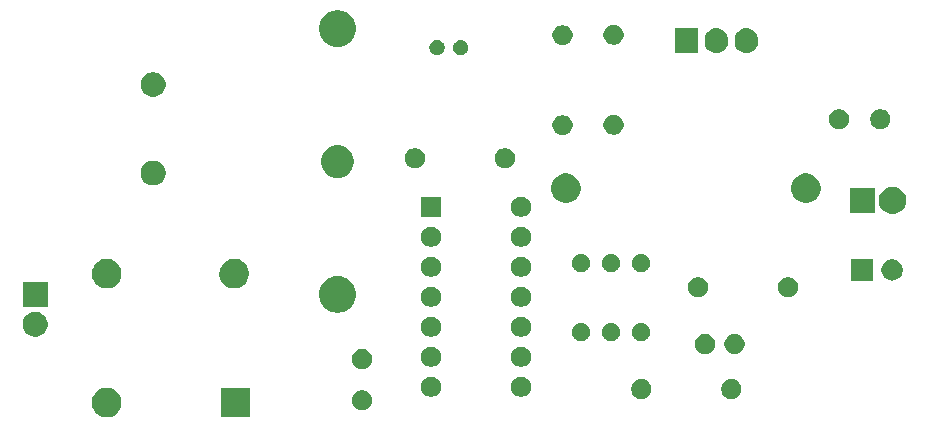
<source format=gbr>
G04 #@! TF.GenerationSoftware,KiCad,Pcbnew,5.1.5+dfsg1-2*
G04 #@! TF.CreationDate,2020-03-29T15:27:08+02:00*
G04 #@! TF.ProjectId,lownoise-pwr,6c6f776e-6f69-4736-952d-7077722e6b69,rev?*
G04 #@! TF.SameCoordinates,Original*
G04 #@! TF.FileFunction,Soldermask,Bot*
G04 #@! TF.FilePolarity,Negative*
%FSLAX46Y46*%
G04 Gerber Fmt 4.6, Leading zero omitted, Abs format (unit mm)*
G04 Created by KiCad (PCBNEW 5.1.5+dfsg1-2) date 2020-03-29 15:27:08*
%MOMM*%
%LPD*%
G04 APERTURE LIST*
%ADD10C,0.100000*%
G04 APERTURE END LIST*
D10*
G36*
X67198200Y-95335000D02*
G01*
X64696200Y-95335000D01*
X64696200Y-92833000D01*
X67198200Y-92833000D01*
X67198200Y-95335000D01*
G37*
G36*
X55228806Y-92844615D02*
G01*
X55412103Y-92881075D01*
X55639771Y-92975378D01*
X55844666Y-93112285D01*
X56018915Y-93286534D01*
X56069019Y-93361520D01*
X56155823Y-93491431D01*
X56250125Y-93719097D01*
X56298200Y-93960786D01*
X56298200Y-94207214D01*
X56250125Y-94448903D01*
X56163454Y-94658147D01*
X56155822Y-94676571D01*
X56018915Y-94881466D01*
X55844666Y-95055715D01*
X55639771Y-95192622D01*
X55639770Y-95192623D01*
X55639769Y-95192623D01*
X55412103Y-95286925D01*
X55170414Y-95335000D01*
X54923986Y-95335000D01*
X54682297Y-95286925D01*
X54454631Y-95192623D01*
X54454630Y-95192623D01*
X54454629Y-95192622D01*
X54249734Y-95055715D01*
X54075485Y-94881466D01*
X53938578Y-94676571D01*
X53930947Y-94658147D01*
X53844275Y-94448903D01*
X53796200Y-94207214D01*
X53796200Y-93960786D01*
X53844275Y-93719097D01*
X53938577Y-93491431D01*
X54025381Y-93361520D01*
X54075485Y-93286534D01*
X54249734Y-93112285D01*
X54454629Y-92975378D01*
X54682297Y-92881075D01*
X54865594Y-92844615D01*
X54923986Y-92833000D01*
X55170414Y-92833000D01*
X55228806Y-92844615D01*
G37*
G36*
X76905428Y-93085703D02*
G01*
X77060300Y-93149853D01*
X77199681Y-93242985D01*
X77318215Y-93361519D01*
X77411347Y-93500900D01*
X77475497Y-93655772D01*
X77508200Y-93820184D01*
X77508200Y-93987816D01*
X77475497Y-94152228D01*
X77411347Y-94307100D01*
X77318215Y-94446481D01*
X77199681Y-94565015D01*
X77060300Y-94658147D01*
X76905428Y-94722297D01*
X76741016Y-94755000D01*
X76573384Y-94755000D01*
X76408972Y-94722297D01*
X76254100Y-94658147D01*
X76114719Y-94565015D01*
X75996185Y-94446481D01*
X75903053Y-94307100D01*
X75838903Y-94152228D01*
X75806200Y-93987816D01*
X75806200Y-93820184D01*
X75838903Y-93655772D01*
X75903053Y-93500900D01*
X75996185Y-93361519D01*
X76114719Y-93242985D01*
X76254100Y-93149853D01*
X76408972Y-93085703D01*
X76573384Y-93053000D01*
X76741016Y-93053000D01*
X76905428Y-93085703D01*
G37*
G36*
X108175428Y-92135703D02*
G01*
X108330300Y-92199853D01*
X108469681Y-92292985D01*
X108588215Y-92411519D01*
X108681347Y-92550900D01*
X108745497Y-92705772D01*
X108778200Y-92870184D01*
X108778200Y-93037816D01*
X108745497Y-93202228D01*
X108681347Y-93357100D01*
X108588215Y-93496481D01*
X108469681Y-93615015D01*
X108330300Y-93708147D01*
X108175428Y-93772297D01*
X108011016Y-93805000D01*
X107843384Y-93805000D01*
X107678972Y-93772297D01*
X107524100Y-93708147D01*
X107384719Y-93615015D01*
X107266185Y-93496481D01*
X107173053Y-93357100D01*
X107108903Y-93202228D01*
X107076200Y-93037816D01*
X107076200Y-92870184D01*
X107108903Y-92705772D01*
X107173053Y-92550900D01*
X107266185Y-92411519D01*
X107384719Y-92292985D01*
X107524100Y-92199853D01*
X107678972Y-92135703D01*
X107843384Y-92103000D01*
X108011016Y-92103000D01*
X108175428Y-92135703D01*
G37*
G36*
X100555428Y-92135703D02*
G01*
X100710300Y-92199853D01*
X100849681Y-92292985D01*
X100968215Y-92411519D01*
X101061347Y-92550900D01*
X101125497Y-92705772D01*
X101158200Y-92870184D01*
X101158200Y-93037816D01*
X101125497Y-93202228D01*
X101061347Y-93357100D01*
X100968215Y-93496481D01*
X100849681Y-93615015D01*
X100710300Y-93708147D01*
X100555428Y-93772297D01*
X100391016Y-93805000D01*
X100223384Y-93805000D01*
X100058972Y-93772297D01*
X99904100Y-93708147D01*
X99764719Y-93615015D01*
X99646185Y-93496481D01*
X99553053Y-93357100D01*
X99488903Y-93202228D01*
X99456200Y-93037816D01*
X99456200Y-92870184D01*
X99488903Y-92705772D01*
X99553053Y-92550900D01*
X99646185Y-92411519D01*
X99764719Y-92292985D01*
X99904100Y-92199853D01*
X100058972Y-92135703D01*
X100223384Y-92103000D01*
X100391016Y-92103000D01*
X100555428Y-92135703D01*
G37*
G36*
X90367428Y-91942503D02*
G01*
X90522300Y-92006653D01*
X90661681Y-92099785D01*
X90780215Y-92218319D01*
X90873347Y-92357700D01*
X90937497Y-92512572D01*
X90970200Y-92676984D01*
X90970200Y-92844616D01*
X90937497Y-93009028D01*
X90873347Y-93163900D01*
X90780215Y-93303281D01*
X90661681Y-93421815D01*
X90522300Y-93514947D01*
X90367428Y-93579097D01*
X90203016Y-93611800D01*
X90035384Y-93611800D01*
X89870972Y-93579097D01*
X89716100Y-93514947D01*
X89576719Y-93421815D01*
X89458185Y-93303281D01*
X89365053Y-93163900D01*
X89300903Y-93009028D01*
X89268200Y-92844616D01*
X89268200Y-92676984D01*
X89300903Y-92512572D01*
X89365053Y-92357700D01*
X89458185Y-92218319D01*
X89576719Y-92099785D01*
X89716100Y-92006653D01*
X89870972Y-91942503D01*
X90035384Y-91909800D01*
X90203016Y-91909800D01*
X90367428Y-91942503D01*
G37*
G36*
X82747428Y-91942503D02*
G01*
X82902300Y-92006653D01*
X83041681Y-92099785D01*
X83160215Y-92218319D01*
X83253347Y-92357700D01*
X83317497Y-92512572D01*
X83350200Y-92676984D01*
X83350200Y-92844616D01*
X83317497Y-93009028D01*
X83253347Y-93163900D01*
X83160215Y-93303281D01*
X83041681Y-93421815D01*
X82902300Y-93514947D01*
X82747428Y-93579097D01*
X82583016Y-93611800D01*
X82415384Y-93611800D01*
X82250972Y-93579097D01*
X82096100Y-93514947D01*
X81956719Y-93421815D01*
X81838185Y-93303281D01*
X81745053Y-93163900D01*
X81680903Y-93009028D01*
X81648200Y-92844616D01*
X81648200Y-92676984D01*
X81680903Y-92512572D01*
X81745053Y-92357700D01*
X81838185Y-92218319D01*
X81956719Y-92099785D01*
X82096100Y-92006653D01*
X82250972Y-91942503D01*
X82415384Y-91909800D01*
X82583016Y-91909800D01*
X82747428Y-91942503D01*
G37*
G36*
X76905428Y-89585703D02*
G01*
X77060300Y-89649853D01*
X77199681Y-89742985D01*
X77318215Y-89861519D01*
X77411347Y-90000900D01*
X77475497Y-90155772D01*
X77508200Y-90320184D01*
X77508200Y-90487816D01*
X77475497Y-90652228D01*
X77411347Y-90807100D01*
X77318215Y-90946481D01*
X77199681Y-91065015D01*
X77060300Y-91158147D01*
X76905428Y-91222297D01*
X76741016Y-91255000D01*
X76573384Y-91255000D01*
X76408972Y-91222297D01*
X76254100Y-91158147D01*
X76114719Y-91065015D01*
X75996185Y-90946481D01*
X75903053Y-90807100D01*
X75838903Y-90652228D01*
X75806200Y-90487816D01*
X75806200Y-90320184D01*
X75838903Y-90155772D01*
X75903053Y-90000900D01*
X75996185Y-89861519D01*
X76114719Y-89742985D01*
X76254100Y-89649853D01*
X76408972Y-89585703D01*
X76573384Y-89553000D01*
X76741016Y-89553000D01*
X76905428Y-89585703D01*
G37*
G36*
X90367428Y-89402503D02*
G01*
X90522300Y-89466653D01*
X90661681Y-89559785D01*
X90780215Y-89678319D01*
X90873347Y-89817700D01*
X90937497Y-89972572D01*
X90970200Y-90136984D01*
X90970200Y-90304616D01*
X90937497Y-90469028D01*
X90873347Y-90623900D01*
X90780215Y-90763281D01*
X90661681Y-90881815D01*
X90522300Y-90974947D01*
X90367428Y-91039097D01*
X90203016Y-91071800D01*
X90035384Y-91071800D01*
X89870972Y-91039097D01*
X89716100Y-90974947D01*
X89576719Y-90881815D01*
X89458185Y-90763281D01*
X89365053Y-90623900D01*
X89300903Y-90469028D01*
X89268200Y-90304616D01*
X89268200Y-90136984D01*
X89300903Y-89972572D01*
X89365053Y-89817700D01*
X89458185Y-89678319D01*
X89576719Y-89559785D01*
X89716100Y-89466653D01*
X89870972Y-89402503D01*
X90035384Y-89369800D01*
X90203016Y-89369800D01*
X90367428Y-89402503D01*
G37*
G36*
X82747428Y-89402503D02*
G01*
X82902300Y-89466653D01*
X83041681Y-89559785D01*
X83160215Y-89678319D01*
X83253347Y-89817700D01*
X83317497Y-89972572D01*
X83350200Y-90136984D01*
X83350200Y-90304616D01*
X83317497Y-90469028D01*
X83253347Y-90623900D01*
X83160215Y-90763281D01*
X83041681Y-90881815D01*
X82902300Y-90974947D01*
X82747428Y-91039097D01*
X82583016Y-91071800D01*
X82415384Y-91071800D01*
X82250972Y-91039097D01*
X82096100Y-90974947D01*
X81956719Y-90881815D01*
X81838185Y-90763281D01*
X81745053Y-90623900D01*
X81680903Y-90469028D01*
X81648200Y-90304616D01*
X81648200Y-90136984D01*
X81680903Y-89972572D01*
X81745053Y-89817700D01*
X81838185Y-89678319D01*
X81956719Y-89559785D01*
X82096100Y-89466653D01*
X82250972Y-89402503D01*
X82415384Y-89369800D01*
X82583016Y-89369800D01*
X82747428Y-89402503D01*
G37*
G36*
X105945428Y-88315703D02*
G01*
X106100300Y-88379853D01*
X106239681Y-88472985D01*
X106358215Y-88591519D01*
X106451347Y-88730900D01*
X106515497Y-88885772D01*
X106548200Y-89050184D01*
X106548200Y-89217816D01*
X106515497Y-89382228D01*
X106451347Y-89537100D01*
X106358215Y-89676481D01*
X106239681Y-89795015D01*
X106100300Y-89888147D01*
X105945428Y-89952297D01*
X105781016Y-89985000D01*
X105613384Y-89985000D01*
X105448972Y-89952297D01*
X105294100Y-89888147D01*
X105154719Y-89795015D01*
X105036185Y-89676481D01*
X104943053Y-89537100D01*
X104878903Y-89382228D01*
X104846200Y-89217816D01*
X104846200Y-89050184D01*
X104878903Y-88885772D01*
X104943053Y-88730900D01*
X105036185Y-88591519D01*
X105154719Y-88472985D01*
X105294100Y-88379853D01*
X105448972Y-88315703D01*
X105613384Y-88283000D01*
X105781016Y-88283000D01*
X105945428Y-88315703D01*
G37*
G36*
X108445428Y-88315703D02*
G01*
X108600300Y-88379853D01*
X108739681Y-88472985D01*
X108858215Y-88591519D01*
X108951347Y-88730900D01*
X109015497Y-88885772D01*
X109048200Y-89050184D01*
X109048200Y-89217816D01*
X109015497Y-89382228D01*
X108951347Y-89537100D01*
X108858215Y-89676481D01*
X108739681Y-89795015D01*
X108600300Y-89888147D01*
X108445428Y-89952297D01*
X108281016Y-89985000D01*
X108113384Y-89985000D01*
X107948972Y-89952297D01*
X107794100Y-89888147D01*
X107654719Y-89795015D01*
X107536185Y-89676481D01*
X107443053Y-89537100D01*
X107378903Y-89382228D01*
X107346200Y-89217816D01*
X107346200Y-89050184D01*
X107378903Y-88885772D01*
X107443053Y-88730900D01*
X107536185Y-88591519D01*
X107654719Y-88472985D01*
X107794100Y-88379853D01*
X107948972Y-88315703D01*
X108113384Y-88283000D01*
X108281016Y-88283000D01*
X108445428Y-88315703D01*
G37*
G36*
X97862789Y-87362876D02*
G01*
X97962093Y-87382629D01*
X98102406Y-87440748D01*
X98228684Y-87525125D01*
X98336075Y-87632516D01*
X98420452Y-87758794D01*
X98478571Y-87899107D01*
X98508200Y-88048063D01*
X98508200Y-88199937D01*
X98478571Y-88348893D01*
X98420452Y-88489206D01*
X98336075Y-88615484D01*
X98228684Y-88722875D01*
X98102406Y-88807252D01*
X97962093Y-88865371D01*
X97862789Y-88885124D01*
X97813138Y-88895000D01*
X97661262Y-88895000D01*
X97611611Y-88885124D01*
X97512307Y-88865371D01*
X97371994Y-88807252D01*
X97245716Y-88722875D01*
X97138325Y-88615484D01*
X97053948Y-88489206D01*
X96995829Y-88348893D01*
X96966200Y-88199937D01*
X96966200Y-88048063D01*
X96995829Y-87899107D01*
X97053948Y-87758794D01*
X97138325Y-87632516D01*
X97245716Y-87525125D01*
X97371994Y-87440748D01*
X97512307Y-87382629D01*
X97611611Y-87362876D01*
X97661262Y-87353000D01*
X97813138Y-87353000D01*
X97862789Y-87362876D01*
G37*
G36*
X100402789Y-87362876D02*
G01*
X100502093Y-87382629D01*
X100642406Y-87440748D01*
X100768684Y-87525125D01*
X100876075Y-87632516D01*
X100960452Y-87758794D01*
X101018571Y-87899107D01*
X101048200Y-88048063D01*
X101048200Y-88199937D01*
X101018571Y-88348893D01*
X100960452Y-88489206D01*
X100876075Y-88615484D01*
X100768684Y-88722875D01*
X100642406Y-88807252D01*
X100502093Y-88865371D01*
X100402789Y-88885124D01*
X100353138Y-88895000D01*
X100201262Y-88895000D01*
X100151611Y-88885124D01*
X100052307Y-88865371D01*
X99911994Y-88807252D01*
X99785716Y-88722875D01*
X99678325Y-88615484D01*
X99593948Y-88489206D01*
X99535829Y-88348893D01*
X99506200Y-88199937D01*
X99506200Y-88048063D01*
X99535829Y-87899107D01*
X99593948Y-87758794D01*
X99678325Y-87632516D01*
X99785716Y-87525125D01*
X99911994Y-87440748D01*
X100052307Y-87382629D01*
X100151611Y-87362876D01*
X100201262Y-87353000D01*
X100353138Y-87353000D01*
X100402789Y-87362876D01*
G37*
G36*
X95322789Y-87362876D02*
G01*
X95422093Y-87382629D01*
X95562406Y-87440748D01*
X95688684Y-87525125D01*
X95796075Y-87632516D01*
X95880452Y-87758794D01*
X95938571Y-87899107D01*
X95968200Y-88048063D01*
X95968200Y-88199937D01*
X95938571Y-88348893D01*
X95880452Y-88489206D01*
X95796075Y-88615484D01*
X95688684Y-88722875D01*
X95562406Y-88807252D01*
X95422093Y-88865371D01*
X95322789Y-88885124D01*
X95273138Y-88895000D01*
X95121262Y-88895000D01*
X95071611Y-88885124D01*
X94972307Y-88865371D01*
X94831994Y-88807252D01*
X94705716Y-88722875D01*
X94598325Y-88615484D01*
X94513948Y-88489206D01*
X94455829Y-88348893D01*
X94426200Y-88199937D01*
X94426200Y-88048063D01*
X94455829Y-87899107D01*
X94513948Y-87758794D01*
X94598325Y-87632516D01*
X94705716Y-87525125D01*
X94831994Y-87440748D01*
X94972307Y-87382629D01*
X95071611Y-87362876D01*
X95121262Y-87353000D01*
X95273138Y-87353000D01*
X95322789Y-87362876D01*
G37*
G36*
X90367428Y-86862503D02*
G01*
X90522300Y-86926653D01*
X90661681Y-87019785D01*
X90780215Y-87138319D01*
X90873347Y-87277700D01*
X90937497Y-87432572D01*
X90970200Y-87596984D01*
X90970200Y-87764616D01*
X90937497Y-87929028D01*
X90873347Y-88083900D01*
X90780215Y-88223281D01*
X90661681Y-88341815D01*
X90522300Y-88434947D01*
X90367428Y-88499097D01*
X90203016Y-88531800D01*
X90035384Y-88531800D01*
X89870972Y-88499097D01*
X89716100Y-88434947D01*
X89576719Y-88341815D01*
X89458185Y-88223281D01*
X89365053Y-88083900D01*
X89300903Y-87929028D01*
X89268200Y-87764616D01*
X89268200Y-87596984D01*
X89300903Y-87432572D01*
X89365053Y-87277700D01*
X89458185Y-87138319D01*
X89576719Y-87019785D01*
X89716100Y-86926653D01*
X89870972Y-86862503D01*
X90035384Y-86829800D01*
X90203016Y-86829800D01*
X90367428Y-86862503D01*
G37*
G36*
X82747428Y-86862503D02*
G01*
X82902300Y-86926653D01*
X83041681Y-87019785D01*
X83160215Y-87138319D01*
X83253347Y-87277700D01*
X83317497Y-87432572D01*
X83350200Y-87596984D01*
X83350200Y-87764616D01*
X83317497Y-87929028D01*
X83253347Y-88083900D01*
X83160215Y-88223281D01*
X83041681Y-88341815D01*
X82902300Y-88434947D01*
X82747428Y-88499097D01*
X82583016Y-88531800D01*
X82415384Y-88531800D01*
X82250972Y-88499097D01*
X82096100Y-88434947D01*
X81956719Y-88341815D01*
X81838185Y-88223281D01*
X81745053Y-88083900D01*
X81680903Y-87929028D01*
X81648200Y-87764616D01*
X81648200Y-87596984D01*
X81680903Y-87432572D01*
X81745053Y-87277700D01*
X81838185Y-87138319D01*
X81956719Y-87019785D01*
X82096100Y-86926653D01*
X82250972Y-86862503D01*
X82415384Y-86829800D01*
X82583016Y-86829800D01*
X82747428Y-86862503D01*
G37*
G36*
X49293764Y-86463389D02*
G01*
X49485033Y-86542615D01*
X49485035Y-86542616D01*
X49657173Y-86657635D01*
X49803565Y-86804027D01*
X49918585Y-86976167D01*
X49997811Y-87167436D01*
X50038200Y-87370484D01*
X50038200Y-87577516D01*
X49997811Y-87780564D01*
X49948709Y-87899107D01*
X49918584Y-87971835D01*
X49803565Y-88143973D01*
X49657173Y-88290365D01*
X49485035Y-88405384D01*
X49485034Y-88405385D01*
X49485033Y-88405385D01*
X49293764Y-88484611D01*
X49090716Y-88525000D01*
X48883684Y-88525000D01*
X48680636Y-88484611D01*
X48489367Y-88405385D01*
X48489366Y-88405385D01*
X48489365Y-88405384D01*
X48317227Y-88290365D01*
X48170835Y-88143973D01*
X48055816Y-87971835D01*
X48025691Y-87899107D01*
X47976589Y-87780564D01*
X47936200Y-87577516D01*
X47936200Y-87370484D01*
X47976589Y-87167436D01*
X48055815Y-86976167D01*
X48170835Y-86804027D01*
X48317227Y-86657635D01*
X48489365Y-86542616D01*
X48489367Y-86542615D01*
X48680636Y-86463389D01*
X48883684Y-86423000D01*
X49090716Y-86423000D01*
X49293764Y-86463389D01*
G37*
G36*
X74889785Y-83412802D02*
G01*
X75039610Y-83442604D01*
X75321874Y-83559521D01*
X75575905Y-83729259D01*
X75791941Y-83945295D01*
X75961679Y-84199326D01*
X76077848Y-84479785D01*
X76078596Y-84481591D01*
X76129540Y-84737700D01*
X76138200Y-84781240D01*
X76138200Y-85086760D01*
X76078596Y-85386410D01*
X75961679Y-85668674D01*
X75791941Y-85922705D01*
X75575905Y-86138741D01*
X75321874Y-86308479D01*
X75039610Y-86425396D01*
X74889785Y-86455198D01*
X74739961Y-86485000D01*
X74434439Y-86485000D01*
X74284615Y-86455198D01*
X74134790Y-86425396D01*
X73852526Y-86308479D01*
X73598495Y-86138741D01*
X73382459Y-85922705D01*
X73212721Y-85668674D01*
X73095804Y-85386410D01*
X73036200Y-85086760D01*
X73036200Y-84781240D01*
X73044861Y-84737700D01*
X73095804Y-84481591D01*
X73096552Y-84479785D01*
X73212721Y-84199326D01*
X73382459Y-83945295D01*
X73598495Y-83729259D01*
X73852526Y-83559521D01*
X74134790Y-83442604D01*
X74284615Y-83412802D01*
X74434439Y-83383000D01*
X74739961Y-83383000D01*
X74889785Y-83412802D01*
G37*
G36*
X82747428Y-84322503D02*
G01*
X82902300Y-84386653D01*
X83041681Y-84479785D01*
X83160215Y-84598319D01*
X83253347Y-84737700D01*
X83317497Y-84892572D01*
X83350200Y-85056984D01*
X83350200Y-85224616D01*
X83317497Y-85389028D01*
X83253347Y-85543900D01*
X83160215Y-85683281D01*
X83041681Y-85801815D01*
X82902300Y-85894947D01*
X82747428Y-85959097D01*
X82583016Y-85991800D01*
X82415384Y-85991800D01*
X82250972Y-85959097D01*
X82096100Y-85894947D01*
X81956719Y-85801815D01*
X81838185Y-85683281D01*
X81745053Y-85543900D01*
X81680903Y-85389028D01*
X81648200Y-85224616D01*
X81648200Y-85056984D01*
X81680903Y-84892572D01*
X81745053Y-84737700D01*
X81838185Y-84598319D01*
X81956719Y-84479785D01*
X82096100Y-84386653D01*
X82250972Y-84322503D01*
X82415384Y-84289800D01*
X82583016Y-84289800D01*
X82747428Y-84322503D01*
G37*
G36*
X90367428Y-84322503D02*
G01*
X90522300Y-84386653D01*
X90661681Y-84479785D01*
X90780215Y-84598319D01*
X90873347Y-84737700D01*
X90937497Y-84892572D01*
X90970200Y-85056984D01*
X90970200Y-85224616D01*
X90937497Y-85389028D01*
X90873347Y-85543900D01*
X90780215Y-85683281D01*
X90661681Y-85801815D01*
X90522300Y-85894947D01*
X90367428Y-85959097D01*
X90203016Y-85991800D01*
X90035384Y-85991800D01*
X89870972Y-85959097D01*
X89716100Y-85894947D01*
X89576719Y-85801815D01*
X89458185Y-85683281D01*
X89365053Y-85543900D01*
X89300903Y-85389028D01*
X89268200Y-85224616D01*
X89268200Y-85056984D01*
X89300903Y-84892572D01*
X89365053Y-84737700D01*
X89458185Y-84598319D01*
X89576719Y-84479785D01*
X89716100Y-84386653D01*
X89870972Y-84322503D01*
X90035384Y-84289800D01*
X90203016Y-84289800D01*
X90367428Y-84322503D01*
G37*
G36*
X50038200Y-85985000D02*
G01*
X47936200Y-85985000D01*
X47936200Y-83883000D01*
X50038200Y-83883000D01*
X50038200Y-85985000D01*
G37*
G36*
X112973428Y-83509703D02*
G01*
X113128300Y-83573853D01*
X113267681Y-83666985D01*
X113386215Y-83785519D01*
X113479347Y-83924900D01*
X113543497Y-84079772D01*
X113576200Y-84244184D01*
X113576200Y-84411816D01*
X113543497Y-84576228D01*
X113479347Y-84731100D01*
X113386215Y-84870481D01*
X113267681Y-84989015D01*
X113128300Y-85082147D01*
X112973428Y-85146297D01*
X112809016Y-85179000D01*
X112641384Y-85179000D01*
X112476972Y-85146297D01*
X112322100Y-85082147D01*
X112182719Y-84989015D01*
X112064185Y-84870481D01*
X111971053Y-84731100D01*
X111906903Y-84576228D01*
X111874200Y-84411816D01*
X111874200Y-84244184D01*
X111906903Y-84079772D01*
X111971053Y-83924900D01*
X112064185Y-83785519D01*
X112182719Y-83666985D01*
X112322100Y-83573853D01*
X112476972Y-83509703D01*
X112641384Y-83477000D01*
X112809016Y-83477000D01*
X112973428Y-83509703D01*
G37*
G36*
X105353428Y-83509703D02*
G01*
X105508300Y-83573853D01*
X105647681Y-83666985D01*
X105766215Y-83785519D01*
X105859347Y-83924900D01*
X105923497Y-84079772D01*
X105956200Y-84244184D01*
X105956200Y-84411816D01*
X105923497Y-84576228D01*
X105859347Y-84731100D01*
X105766215Y-84870481D01*
X105647681Y-84989015D01*
X105508300Y-85082147D01*
X105353428Y-85146297D01*
X105189016Y-85179000D01*
X105021384Y-85179000D01*
X104856972Y-85146297D01*
X104702100Y-85082147D01*
X104562719Y-84989015D01*
X104444185Y-84870481D01*
X104351053Y-84731100D01*
X104286903Y-84576228D01*
X104254200Y-84411816D01*
X104254200Y-84244184D01*
X104286903Y-84079772D01*
X104351053Y-83924900D01*
X104444185Y-83785519D01*
X104562719Y-83666985D01*
X104702100Y-83573853D01*
X104856972Y-83509703D01*
X105021384Y-83477000D01*
X105189016Y-83477000D01*
X105353428Y-83509703D01*
G37*
G36*
X66212103Y-81981075D02*
G01*
X66400490Y-82059107D01*
X66439771Y-82075378D01*
X66644666Y-82212285D01*
X66818915Y-82386534D01*
X66900673Y-82508893D01*
X66955823Y-82591431D01*
X67050125Y-82819097D01*
X67091156Y-83025371D01*
X67098200Y-83060787D01*
X67098200Y-83307213D01*
X67050125Y-83548903D01*
X66955822Y-83776571D01*
X66818915Y-83981466D01*
X66644666Y-84155715D01*
X66439771Y-84292622D01*
X66439770Y-84292623D01*
X66439769Y-84292623D01*
X66212103Y-84386925D01*
X65970414Y-84435000D01*
X65723986Y-84435000D01*
X65482297Y-84386925D01*
X65254631Y-84292623D01*
X65254630Y-84292623D01*
X65254629Y-84292622D01*
X65049734Y-84155715D01*
X64875485Y-83981466D01*
X64738578Y-83776571D01*
X64644275Y-83548903D01*
X64596200Y-83307213D01*
X64596200Y-83060787D01*
X64603245Y-83025371D01*
X64644275Y-82819097D01*
X64738577Y-82591431D01*
X64793727Y-82508893D01*
X64875485Y-82386534D01*
X65049734Y-82212285D01*
X65254629Y-82075378D01*
X65293911Y-82059107D01*
X65482297Y-81981075D01*
X65723986Y-81933000D01*
X65970414Y-81933000D01*
X66212103Y-81981075D01*
G37*
G36*
X55412103Y-81981075D02*
G01*
X55600490Y-82059107D01*
X55639771Y-82075378D01*
X55844666Y-82212285D01*
X56018915Y-82386534D01*
X56100673Y-82508893D01*
X56155823Y-82591431D01*
X56250125Y-82819097D01*
X56291156Y-83025371D01*
X56298200Y-83060787D01*
X56298200Y-83307213D01*
X56250125Y-83548903D01*
X56155822Y-83776571D01*
X56018915Y-83981466D01*
X55844666Y-84155715D01*
X55639771Y-84292622D01*
X55639770Y-84292623D01*
X55639769Y-84292623D01*
X55412103Y-84386925D01*
X55170414Y-84435000D01*
X54923986Y-84435000D01*
X54682297Y-84386925D01*
X54454631Y-84292623D01*
X54454630Y-84292623D01*
X54454629Y-84292622D01*
X54249734Y-84155715D01*
X54075485Y-83981466D01*
X53938578Y-83776571D01*
X53844275Y-83548903D01*
X53796200Y-83307213D01*
X53796200Y-83060787D01*
X53803245Y-83025371D01*
X53844275Y-82819097D01*
X53938577Y-82591431D01*
X53993727Y-82508893D01*
X54075485Y-82386534D01*
X54249734Y-82212285D01*
X54454629Y-82075378D01*
X54493911Y-82059107D01*
X54682297Y-81981075D01*
X54923986Y-81933000D01*
X55170414Y-81933000D01*
X55412103Y-81981075D01*
G37*
G36*
X119908200Y-83765000D02*
G01*
X118106200Y-83765000D01*
X118106200Y-81963000D01*
X119908200Y-81963000D01*
X119908200Y-83765000D01*
G37*
G36*
X121660712Y-81967927D02*
G01*
X121810012Y-81997624D01*
X121973984Y-82065544D01*
X122121554Y-82164147D01*
X122247053Y-82289646D01*
X122345656Y-82437216D01*
X122413576Y-82601188D01*
X122448200Y-82775259D01*
X122448200Y-82952741D01*
X122413576Y-83126812D01*
X122345656Y-83290784D01*
X122247053Y-83438354D01*
X122121554Y-83563853D01*
X121973984Y-83662456D01*
X121810012Y-83730376D01*
X121660712Y-83760073D01*
X121635942Y-83765000D01*
X121458458Y-83765000D01*
X121433688Y-83760073D01*
X121284388Y-83730376D01*
X121120416Y-83662456D01*
X120972846Y-83563853D01*
X120847347Y-83438354D01*
X120748744Y-83290784D01*
X120680824Y-83126812D01*
X120646200Y-82952741D01*
X120646200Y-82775259D01*
X120680824Y-82601188D01*
X120748744Y-82437216D01*
X120847347Y-82289646D01*
X120972846Y-82164147D01*
X121120416Y-82065544D01*
X121284388Y-81997624D01*
X121433688Y-81967927D01*
X121458458Y-81963000D01*
X121635942Y-81963000D01*
X121660712Y-81967927D01*
G37*
G36*
X90367428Y-81782503D02*
G01*
X90522300Y-81846653D01*
X90661681Y-81939785D01*
X90780215Y-82058319D01*
X90873347Y-82197700D01*
X90937497Y-82352572D01*
X90970200Y-82516984D01*
X90970200Y-82684616D01*
X90937497Y-82849028D01*
X90873347Y-83003900D01*
X90780215Y-83143281D01*
X90661681Y-83261815D01*
X90522300Y-83354947D01*
X90367428Y-83419097D01*
X90203016Y-83451800D01*
X90035384Y-83451800D01*
X89870972Y-83419097D01*
X89716100Y-83354947D01*
X89576719Y-83261815D01*
X89458185Y-83143281D01*
X89365053Y-83003900D01*
X89300903Y-82849028D01*
X89268200Y-82684616D01*
X89268200Y-82516984D01*
X89300903Y-82352572D01*
X89365053Y-82197700D01*
X89458185Y-82058319D01*
X89576719Y-81939785D01*
X89716100Y-81846653D01*
X89870972Y-81782503D01*
X90035384Y-81749800D01*
X90203016Y-81749800D01*
X90367428Y-81782503D01*
G37*
G36*
X82747428Y-81782503D02*
G01*
X82902300Y-81846653D01*
X83041681Y-81939785D01*
X83160215Y-82058319D01*
X83253347Y-82197700D01*
X83317497Y-82352572D01*
X83350200Y-82516984D01*
X83350200Y-82684616D01*
X83317497Y-82849028D01*
X83253347Y-83003900D01*
X83160215Y-83143281D01*
X83041681Y-83261815D01*
X82902300Y-83354947D01*
X82747428Y-83419097D01*
X82583016Y-83451800D01*
X82415384Y-83451800D01*
X82250972Y-83419097D01*
X82096100Y-83354947D01*
X81956719Y-83261815D01*
X81838185Y-83143281D01*
X81745053Y-83003900D01*
X81680903Y-82849028D01*
X81648200Y-82684616D01*
X81648200Y-82516984D01*
X81680903Y-82352572D01*
X81745053Y-82197700D01*
X81838185Y-82058319D01*
X81956719Y-81939785D01*
X82096100Y-81846653D01*
X82250972Y-81782503D01*
X82415384Y-81749800D01*
X82583016Y-81749800D01*
X82747428Y-81782503D01*
G37*
G36*
X97862789Y-81522876D02*
G01*
X97962093Y-81542629D01*
X98102406Y-81600748D01*
X98228684Y-81685125D01*
X98336075Y-81792516D01*
X98420452Y-81918794D01*
X98478571Y-82059107D01*
X98508200Y-82208063D01*
X98508200Y-82359937D01*
X98478571Y-82508893D01*
X98420452Y-82649206D01*
X98336075Y-82775484D01*
X98228684Y-82882875D01*
X98102406Y-82967252D01*
X97962093Y-83025371D01*
X97862789Y-83045124D01*
X97813138Y-83055000D01*
X97661262Y-83055000D01*
X97611611Y-83045124D01*
X97512307Y-83025371D01*
X97371994Y-82967252D01*
X97245716Y-82882875D01*
X97138325Y-82775484D01*
X97053948Y-82649206D01*
X96995829Y-82508893D01*
X96966200Y-82359937D01*
X96966200Y-82208063D01*
X96995829Y-82059107D01*
X97053948Y-81918794D01*
X97138325Y-81792516D01*
X97245716Y-81685125D01*
X97371994Y-81600748D01*
X97512307Y-81542629D01*
X97611611Y-81522876D01*
X97661262Y-81513000D01*
X97813138Y-81513000D01*
X97862789Y-81522876D01*
G37*
G36*
X95322789Y-81522876D02*
G01*
X95422093Y-81542629D01*
X95562406Y-81600748D01*
X95688684Y-81685125D01*
X95796075Y-81792516D01*
X95880452Y-81918794D01*
X95938571Y-82059107D01*
X95968200Y-82208063D01*
X95968200Y-82359937D01*
X95938571Y-82508893D01*
X95880452Y-82649206D01*
X95796075Y-82775484D01*
X95688684Y-82882875D01*
X95562406Y-82967252D01*
X95422093Y-83025371D01*
X95322789Y-83045124D01*
X95273138Y-83055000D01*
X95121262Y-83055000D01*
X95071611Y-83045124D01*
X94972307Y-83025371D01*
X94831994Y-82967252D01*
X94705716Y-82882875D01*
X94598325Y-82775484D01*
X94513948Y-82649206D01*
X94455829Y-82508893D01*
X94426200Y-82359937D01*
X94426200Y-82208063D01*
X94455829Y-82059107D01*
X94513948Y-81918794D01*
X94598325Y-81792516D01*
X94705716Y-81685125D01*
X94831994Y-81600748D01*
X94972307Y-81542629D01*
X95071611Y-81522876D01*
X95121262Y-81513000D01*
X95273138Y-81513000D01*
X95322789Y-81522876D01*
G37*
G36*
X100402789Y-81522876D02*
G01*
X100502093Y-81542629D01*
X100642406Y-81600748D01*
X100768684Y-81685125D01*
X100876075Y-81792516D01*
X100960452Y-81918794D01*
X101018571Y-82059107D01*
X101048200Y-82208063D01*
X101048200Y-82359937D01*
X101018571Y-82508893D01*
X100960452Y-82649206D01*
X100876075Y-82775484D01*
X100768684Y-82882875D01*
X100642406Y-82967252D01*
X100502093Y-83025371D01*
X100402789Y-83045124D01*
X100353138Y-83055000D01*
X100201262Y-83055000D01*
X100151611Y-83045124D01*
X100052307Y-83025371D01*
X99911994Y-82967252D01*
X99785716Y-82882875D01*
X99678325Y-82775484D01*
X99593948Y-82649206D01*
X99535829Y-82508893D01*
X99506200Y-82359937D01*
X99506200Y-82208063D01*
X99535829Y-82059107D01*
X99593948Y-81918794D01*
X99678325Y-81792516D01*
X99785716Y-81685125D01*
X99911994Y-81600748D01*
X100052307Y-81542629D01*
X100151611Y-81522876D01*
X100201262Y-81513000D01*
X100353138Y-81513000D01*
X100402789Y-81522876D01*
G37*
G36*
X90367428Y-79242503D02*
G01*
X90522300Y-79306653D01*
X90661681Y-79399785D01*
X90780215Y-79518319D01*
X90873347Y-79657700D01*
X90937497Y-79812572D01*
X90970200Y-79976984D01*
X90970200Y-80144616D01*
X90937497Y-80309028D01*
X90873347Y-80463900D01*
X90780215Y-80603281D01*
X90661681Y-80721815D01*
X90522300Y-80814947D01*
X90367428Y-80879097D01*
X90203016Y-80911800D01*
X90035384Y-80911800D01*
X89870972Y-80879097D01*
X89716100Y-80814947D01*
X89576719Y-80721815D01*
X89458185Y-80603281D01*
X89365053Y-80463900D01*
X89300903Y-80309028D01*
X89268200Y-80144616D01*
X89268200Y-79976984D01*
X89300903Y-79812572D01*
X89365053Y-79657700D01*
X89458185Y-79518319D01*
X89576719Y-79399785D01*
X89716100Y-79306653D01*
X89870972Y-79242503D01*
X90035384Y-79209800D01*
X90203016Y-79209800D01*
X90367428Y-79242503D01*
G37*
G36*
X82747428Y-79242503D02*
G01*
X82902300Y-79306653D01*
X83041681Y-79399785D01*
X83160215Y-79518319D01*
X83253347Y-79657700D01*
X83317497Y-79812572D01*
X83350200Y-79976984D01*
X83350200Y-80144616D01*
X83317497Y-80309028D01*
X83253347Y-80463900D01*
X83160215Y-80603281D01*
X83041681Y-80721815D01*
X82902300Y-80814947D01*
X82747428Y-80879097D01*
X82583016Y-80911800D01*
X82415384Y-80911800D01*
X82250972Y-80879097D01*
X82096100Y-80814947D01*
X81956719Y-80721815D01*
X81838185Y-80603281D01*
X81745053Y-80463900D01*
X81680903Y-80309028D01*
X81648200Y-80144616D01*
X81648200Y-79976984D01*
X81680903Y-79812572D01*
X81745053Y-79657700D01*
X81838185Y-79518319D01*
X81956719Y-79399785D01*
X82096100Y-79306653D01*
X82250972Y-79242503D01*
X82415384Y-79209800D01*
X82583016Y-79209800D01*
X82747428Y-79242503D01*
G37*
G36*
X90367428Y-76702503D02*
G01*
X90522300Y-76766653D01*
X90661681Y-76859785D01*
X90780215Y-76978319D01*
X90873347Y-77117700D01*
X90937497Y-77272572D01*
X90970200Y-77436984D01*
X90970200Y-77604616D01*
X90937497Y-77769028D01*
X90873347Y-77923900D01*
X90780215Y-78063281D01*
X90661681Y-78181815D01*
X90522300Y-78274947D01*
X90367428Y-78339097D01*
X90203016Y-78371800D01*
X90035384Y-78371800D01*
X89870972Y-78339097D01*
X89716100Y-78274947D01*
X89576719Y-78181815D01*
X89458185Y-78063281D01*
X89365053Y-77923900D01*
X89300903Y-77769028D01*
X89268200Y-77604616D01*
X89268200Y-77436984D01*
X89300903Y-77272572D01*
X89365053Y-77117700D01*
X89458185Y-76978319D01*
X89576719Y-76859785D01*
X89716100Y-76766653D01*
X89870972Y-76702503D01*
X90035384Y-76669800D01*
X90203016Y-76669800D01*
X90367428Y-76702503D01*
G37*
G36*
X83350200Y-78371800D02*
G01*
X81648200Y-78371800D01*
X81648200Y-76669800D01*
X83350200Y-76669800D01*
X83350200Y-78371800D01*
G37*
G36*
X121801749Y-75833116D02*
G01*
X121912934Y-75855232D01*
X122122403Y-75941997D01*
X122310920Y-76067960D01*
X122471240Y-76228280D01*
X122597203Y-76416797D01*
X122683968Y-76626266D01*
X122728200Y-76848636D01*
X122728200Y-77075364D01*
X122683968Y-77297734D01*
X122597203Y-77507203D01*
X122471240Y-77695720D01*
X122310920Y-77856040D01*
X122122403Y-77982003D01*
X121912934Y-78068768D01*
X121801749Y-78090884D01*
X121690565Y-78113000D01*
X121463835Y-78113000D01*
X121352651Y-78090884D01*
X121241466Y-78068768D01*
X121031997Y-77982003D01*
X120843480Y-77856040D01*
X120683160Y-77695720D01*
X120557197Y-77507203D01*
X120470432Y-77297734D01*
X120426200Y-77075364D01*
X120426200Y-76848636D01*
X120470432Y-76626266D01*
X120557197Y-76416797D01*
X120683160Y-76228280D01*
X120843480Y-76067960D01*
X121031997Y-75941997D01*
X121241466Y-75855232D01*
X121352651Y-75833116D01*
X121463835Y-75811000D01*
X121690565Y-75811000D01*
X121801749Y-75833116D01*
G37*
G36*
X120088200Y-78013000D02*
G01*
X117986200Y-78013000D01*
X117986200Y-75911000D01*
X120088200Y-75911000D01*
X120088200Y-78013000D01*
G37*
G36*
X94294103Y-74743075D02*
G01*
X94521771Y-74837378D01*
X94726666Y-74974285D01*
X94900915Y-75148534D01*
X94900916Y-75148536D01*
X95037823Y-75353431D01*
X95132125Y-75581097D01*
X95180200Y-75822786D01*
X95180200Y-76069214D01*
X95132125Y-76310903D01*
X95037822Y-76538571D01*
X94900915Y-76743466D01*
X94726666Y-76917715D01*
X94521771Y-77054622D01*
X94521770Y-77054623D01*
X94521769Y-77054623D01*
X94294103Y-77148925D01*
X94052414Y-77197000D01*
X93805986Y-77197000D01*
X93564297Y-77148925D01*
X93336631Y-77054623D01*
X93336630Y-77054623D01*
X93336629Y-77054622D01*
X93131734Y-76917715D01*
X92957485Y-76743466D01*
X92820578Y-76538571D01*
X92726275Y-76310903D01*
X92678200Y-76069214D01*
X92678200Y-75822786D01*
X92726275Y-75581097D01*
X92820577Y-75353431D01*
X92957484Y-75148536D01*
X92957485Y-75148534D01*
X93131734Y-74974285D01*
X93336629Y-74837378D01*
X93564297Y-74743075D01*
X93805986Y-74695000D01*
X94052414Y-74695000D01*
X94294103Y-74743075D01*
G37*
G36*
X114614103Y-74743075D02*
G01*
X114841771Y-74837378D01*
X115046666Y-74974285D01*
X115220915Y-75148534D01*
X115220916Y-75148536D01*
X115357823Y-75353431D01*
X115452125Y-75581097D01*
X115500200Y-75822786D01*
X115500200Y-76069214D01*
X115452125Y-76310903D01*
X115357822Y-76538571D01*
X115220915Y-76743466D01*
X115046666Y-76917715D01*
X114841771Y-77054622D01*
X114841770Y-77054623D01*
X114841769Y-77054623D01*
X114614103Y-77148925D01*
X114372414Y-77197000D01*
X114125986Y-77197000D01*
X113884297Y-77148925D01*
X113656631Y-77054623D01*
X113656630Y-77054623D01*
X113656629Y-77054622D01*
X113451734Y-76917715D01*
X113277485Y-76743466D01*
X113140578Y-76538571D01*
X113046275Y-76310903D01*
X112998200Y-76069214D01*
X112998200Y-75822786D01*
X113046275Y-75581097D01*
X113140577Y-75353431D01*
X113277484Y-75148536D01*
X113277485Y-75148534D01*
X113451734Y-74974285D01*
X113656629Y-74837378D01*
X113884297Y-74743075D01*
X114125986Y-74695000D01*
X114372414Y-74695000D01*
X114614103Y-74743075D01*
G37*
G36*
X59283764Y-73653389D02*
G01*
X59475033Y-73732615D01*
X59475035Y-73732616D01*
X59647173Y-73847635D01*
X59793565Y-73994027D01*
X59903227Y-74158147D01*
X59908585Y-74166167D01*
X59987811Y-74357436D01*
X60028200Y-74560484D01*
X60028200Y-74767516D01*
X59987811Y-74970564D01*
X59914093Y-75148536D01*
X59908584Y-75161835D01*
X59793565Y-75333973D01*
X59647173Y-75480365D01*
X59475035Y-75595384D01*
X59475034Y-75595385D01*
X59475033Y-75595385D01*
X59283764Y-75674611D01*
X59080716Y-75715000D01*
X58873684Y-75715000D01*
X58670636Y-75674611D01*
X58479367Y-75595385D01*
X58479366Y-75595385D01*
X58479365Y-75595384D01*
X58307227Y-75480365D01*
X58160835Y-75333973D01*
X58045816Y-75161835D01*
X58040307Y-75148536D01*
X57966589Y-74970564D01*
X57926200Y-74767516D01*
X57926200Y-74560484D01*
X57966589Y-74357436D01*
X58045815Y-74166167D01*
X58051174Y-74158147D01*
X58160835Y-73994027D01*
X58307227Y-73847635D01*
X58479365Y-73732616D01*
X58479367Y-73732615D01*
X58670636Y-73653389D01*
X58873684Y-73613000D01*
X59080716Y-73613000D01*
X59283764Y-73653389D01*
G37*
G36*
X74905633Y-72318893D02*
G01*
X74995857Y-72336839D01*
X75101467Y-72380585D01*
X75250821Y-72442449D01*
X75250822Y-72442450D01*
X75480286Y-72595772D01*
X75675428Y-72790914D01*
X75722604Y-72861519D01*
X75828751Y-73020379D01*
X75934361Y-73275344D01*
X75988200Y-73546012D01*
X75988200Y-73821988D01*
X75934361Y-74092656D01*
X75828751Y-74347621D01*
X75828750Y-74347622D01*
X75675428Y-74577086D01*
X75480286Y-74772228D01*
X75326963Y-74874675D01*
X75250821Y-74925551D01*
X75101467Y-74987415D01*
X74995857Y-75031161D01*
X74905633Y-75049107D01*
X74725188Y-75085000D01*
X74449212Y-75085000D01*
X74268767Y-75049107D01*
X74178543Y-75031161D01*
X74072933Y-74987415D01*
X73923579Y-74925551D01*
X73847437Y-74874675D01*
X73694114Y-74772228D01*
X73498972Y-74577086D01*
X73345650Y-74347622D01*
X73345649Y-74347621D01*
X73240039Y-74092656D01*
X73186200Y-73821988D01*
X73186200Y-73546012D01*
X73240039Y-73275344D01*
X73345649Y-73020379D01*
X73451796Y-72861519D01*
X73498972Y-72790914D01*
X73694114Y-72595772D01*
X73923578Y-72442450D01*
X73923579Y-72442449D01*
X74072933Y-72380585D01*
X74178543Y-72336839D01*
X74268767Y-72318893D01*
X74449212Y-72283000D01*
X74725188Y-72283000D01*
X74905633Y-72318893D01*
G37*
G36*
X89005428Y-72585703D02*
G01*
X89160300Y-72649853D01*
X89299681Y-72742985D01*
X89418215Y-72861519D01*
X89511347Y-73000900D01*
X89575497Y-73155772D01*
X89608200Y-73320184D01*
X89608200Y-73487816D01*
X89575497Y-73652228D01*
X89511347Y-73807100D01*
X89418215Y-73946481D01*
X89299681Y-74065015D01*
X89160300Y-74158147D01*
X89005428Y-74222297D01*
X88841016Y-74255000D01*
X88673384Y-74255000D01*
X88508972Y-74222297D01*
X88354100Y-74158147D01*
X88214719Y-74065015D01*
X88096185Y-73946481D01*
X88003053Y-73807100D01*
X87938903Y-73652228D01*
X87906200Y-73487816D01*
X87906200Y-73320184D01*
X87938903Y-73155772D01*
X88003053Y-73000900D01*
X88096185Y-72861519D01*
X88214719Y-72742985D01*
X88354100Y-72649853D01*
X88508972Y-72585703D01*
X88673384Y-72553000D01*
X88841016Y-72553000D01*
X89005428Y-72585703D01*
G37*
G36*
X81385428Y-72585703D02*
G01*
X81540300Y-72649853D01*
X81679681Y-72742985D01*
X81798215Y-72861519D01*
X81891347Y-73000900D01*
X81955497Y-73155772D01*
X81988200Y-73320184D01*
X81988200Y-73487816D01*
X81955497Y-73652228D01*
X81891347Y-73807100D01*
X81798215Y-73946481D01*
X81679681Y-74065015D01*
X81540300Y-74158147D01*
X81385428Y-74222297D01*
X81221016Y-74255000D01*
X81053384Y-74255000D01*
X80888972Y-74222297D01*
X80734100Y-74158147D01*
X80594719Y-74065015D01*
X80476185Y-73946481D01*
X80383053Y-73807100D01*
X80318903Y-73652228D01*
X80286200Y-73487816D01*
X80286200Y-73320184D01*
X80318903Y-73155772D01*
X80383053Y-73000900D01*
X80476185Y-72861519D01*
X80594719Y-72742985D01*
X80734100Y-72649853D01*
X80888972Y-72585703D01*
X81053384Y-72553000D01*
X81221016Y-72553000D01*
X81385428Y-72585703D01*
G37*
G36*
X93885428Y-69793703D02*
G01*
X94040300Y-69857853D01*
X94179681Y-69950985D01*
X94298215Y-70069519D01*
X94391347Y-70208900D01*
X94455497Y-70363772D01*
X94488200Y-70528184D01*
X94488200Y-70695816D01*
X94455497Y-70860228D01*
X94391347Y-71015100D01*
X94298215Y-71154481D01*
X94179681Y-71273015D01*
X94040300Y-71366147D01*
X93885428Y-71430297D01*
X93721016Y-71463000D01*
X93553384Y-71463000D01*
X93388972Y-71430297D01*
X93234100Y-71366147D01*
X93094719Y-71273015D01*
X92976185Y-71154481D01*
X92883053Y-71015100D01*
X92818903Y-70860228D01*
X92786200Y-70695816D01*
X92786200Y-70528184D01*
X92818903Y-70363772D01*
X92883053Y-70208900D01*
X92976185Y-70069519D01*
X93094719Y-69950985D01*
X93234100Y-69857853D01*
X93388972Y-69793703D01*
X93553384Y-69761000D01*
X93721016Y-69761000D01*
X93885428Y-69793703D01*
G37*
G36*
X98205428Y-69745703D02*
G01*
X98360300Y-69809853D01*
X98499681Y-69902985D01*
X98618215Y-70021519D01*
X98711347Y-70160900D01*
X98775497Y-70315772D01*
X98808200Y-70480184D01*
X98808200Y-70647816D01*
X98775497Y-70812228D01*
X98711347Y-70967100D01*
X98618215Y-71106481D01*
X98499681Y-71225015D01*
X98360300Y-71318147D01*
X98205428Y-71382297D01*
X98041016Y-71415000D01*
X97873384Y-71415000D01*
X97708972Y-71382297D01*
X97554100Y-71318147D01*
X97414719Y-71225015D01*
X97296185Y-71106481D01*
X97203053Y-70967100D01*
X97138903Y-70812228D01*
X97106200Y-70647816D01*
X97106200Y-70480184D01*
X97138903Y-70315772D01*
X97203053Y-70160900D01*
X97296185Y-70021519D01*
X97414719Y-69902985D01*
X97554100Y-69809853D01*
X97708972Y-69745703D01*
X97873384Y-69713000D01*
X98041016Y-69713000D01*
X98205428Y-69745703D01*
G37*
G36*
X117291428Y-69285703D02*
G01*
X117446300Y-69349853D01*
X117585681Y-69442985D01*
X117704215Y-69561519D01*
X117797347Y-69700900D01*
X117861497Y-69855772D01*
X117894200Y-70020184D01*
X117894200Y-70187816D01*
X117861497Y-70352228D01*
X117797347Y-70507100D01*
X117704215Y-70646481D01*
X117585681Y-70765015D01*
X117446300Y-70858147D01*
X117291428Y-70922297D01*
X117127016Y-70955000D01*
X116959384Y-70955000D01*
X116794972Y-70922297D01*
X116640100Y-70858147D01*
X116500719Y-70765015D01*
X116382185Y-70646481D01*
X116289053Y-70507100D01*
X116224903Y-70352228D01*
X116192200Y-70187816D01*
X116192200Y-70020184D01*
X116224903Y-69855772D01*
X116289053Y-69700900D01*
X116382185Y-69561519D01*
X116500719Y-69442985D01*
X116640100Y-69349853D01*
X116794972Y-69285703D01*
X116959384Y-69253000D01*
X117127016Y-69253000D01*
X117291428Y-69285703D01*
G37*
G36*
X120791428Y-69285703D02*
G01*
X120946300Y-69349853D01*
X121085681Y-69442985D01*
X121204215Y-69561519D01*
X121297347Y-69700900D01*
X121361497Y-69855772D01*
X121394200Y-70020184D01*
X121394200Y-70187816D01*
X121361497Y-70352228D01*
X121297347Y-70507100D01*
X121204215Y-70646481D01*
X121085681Y-70765015D01*
X120946300Y-70858147D01*
X120791428Y-70922297D01*
X120627016Y-70955000D01*
X120459384Y-70955000D01*
X120294972Y-70922297D01*
X120140100Y-70858147D01*
X120000719Y-70765015D01*
X119882185Y-70646481D01*
X119789053Y-70507100D01*
X119724903Y-70352228D01*
X119692200Y-70187816D01*
X119692200Y-70020184D01*
X119724903Y-69855772D01*
X119789053Y-69700900D01*
X119882185Y-69561519D01*
X120000719Y-69442985D01*
X120140100Y-69349853D01*
X120294972Y-69285703D01*
X120459384Y-69253000D01*
X120627016Y-69253000D01*
X120791428Y-69285703D01*
G37*
G36*
X59283764Y-66153389D02*
G01*
X59475033Y-66232615D01*
X59475035Y-66232616D01*
X59647173Y-66347635D01*
X59793565Y-66494027D01*
X59908585Y-66666167D01*
X59987811Y-66857436D01*
X60028200Y-67060484D01*
X60028200Y-67267516D01*
X59987811Y-67470564D01*
X59908585Y-67661833D01*
X59908584Y-67661835D01*
X59793565Y-67833973D01*
X59647173Y-67980365D01*
X59475035Y-68095384D01*
X59475034Y-68095385D01*
X59475033Y-68095385D01*
X59283764Y-68174611D01*
X59080716Y-68215000D01*
X58873684Y-68215000D01*
X58670636Y-68174611D01*
X58479367Y-68095385D01*
X58479366Y-68095385D01*
X58479365Y-68095384D01*
X58307227Y-67980365D01*
X58160835Y-67833973D01*
X58045816Y-67661835D01*
X58045815Y-67661833D01*
X57966589Y-67470564D01*
X57926200Y-67267516D01*
X57926200Y-67060484D01*
X57966589Y-66857436D01*
X58045815Y-66666167D01*
X58160835Y-66494027D01*
X58307227Y-66347635D01*
X58479365Y-66232616D01*
X58479367Y-66232615D01*
X58670636Y-66153389D01*
X58873684Y-66113000D01*
X59080716Y-66113000D01*
X59283764Y-66153389D01*
G37*
G36*
X85207090Y-63408017D02*
G01*
X85325564Y-63457091D01*
X85432188Y-63528335D01*
X85522865Y-63619012D01*
X85569108Y-63688219D01*
X85594110Y-63725638D01*
X85643183Y-63844110D01*
X85659352Y-63925396D01*
X85668200Y-63969882D01*
X85668200Y-64098118D01*
X85643183Y-64223890D01*
X85594109Y-64342364D01*
X85522865Y-64448988D01*
X85432188Y-64539665D01*
X85325564Y-64610909D01*
X85325563Y-64610910D01*
X85325562Y-64610910D01*
X85207090Y-64659983D01*
X85081319Y-64685000D01*
X84953081Y-64685000D01*
X84827310Y-64659983D01*
X84708838Y-64610910D01*
X84708837Y-64610910D01*
X84708836Y-64610909D01*
X84602212Y-64539665D01*
X84511535Y-64448988D01*
X84440291Y-64342364D01*
X84391217Y-64223890D01*
X84366200Y-64098118D01*
X84366200Y-63969882D01*
X84375049Y-63925396D01*
X84391217Y-63844110D01*
X84440290Y-63725638D01*
X84465293Y-63688219D01*
X84511535Y-63619012D01*
X84602212Y-63528335D01*
X84708836Y-63457091D01*
X84827310Y-63408017D01*
X84953081Y-63383000D01*
X85081319Y-63383000D01*
X85207090Y-63408017D01*
G37*
G36*
X83207090Y-63408017D02*
G01*
X83325564Y-63457091D01*
X83432188Y-63528335D01*
X83522865Y-63619012D01*
X83569108Y-63688219D01*
X83594110Y-63725638D01*
X83643183Y-63844110D01*
X83659352Y-63925396D01*
X83668200Y-63969882D01*
X83668200Y-64098118D01*
X83643183Y-64223890D01*
X83594109Y-64342364D01*
X83522865Y-64448988D01*
X83432188Y-64539665D01*
X83325564Y-64610909D01*
X83325563Y-64610910D01*
X83325562Y-64610910D01*
X83207090Y-64659983D01*
X83081319Y-64685000D01*
X82953081Y-64685000D01*
X82827310Y-64659983D01*
X82708838Y-64610910D01*
X82708837Y-64610910D01*
X82708836Y-64610909D01*
X82602212Y-64539665D01*
X82511535Y-64448988D01*
X82440291Y-64342364D01*
X82391217Y-64223890D01*
X82366200Y-64098118D01*
X82366200Y-63969882D01*
X82375049Y-63925396D01*
X82391217Y-63844110D01*
X82440290Y-63725638D01*
X82465293Y-63688219D01*
X82511535Y-63619012D01*
X82602212Y-63528335D01*
X82708836Y-63457091D01*
X82827310Y-63408017D01*
X82953081Y-63383000D01*
X83081319Y-63383000D01*
X83207090Y-63408017D01*
G37*
G36*
X106863919Y-62407520D02*
G01*
X107002375Y-62449520D01*
X107053083Y-62464902D01*
X107145533Y-62514318D01*
X107227412Y-62558083D01*
X107380215Y-62683485D01*
X107505617Y-62836288D01*
X107598799Y-63010619D01*
X107656180Y-63199780D01*
X107670700Y-63347206D01*
X107670700Y-63540793D01*
X107656180Y-63688219D01*
X107619149Y-63810295D01*
X107598798Y-63877383D01*
X107573134Y-63925396D01*
X107505617Y-64051712D01*
X107380215Y-64204515D01*
X107227412Y-64329917D01*
X107053081Y-64423099D01*
X106863920Y-64480480D01*
X106667200Y-64499855D01*
X106470481Y-64480480D01*
X106281320Y-64423099D01*
X106106988Y-64329917D01*
X105954185Y-64204515D01*
X105828783Y-64051712D01*
X105735601Y-63877381D01*
X105678220Y-63688220D01*
X105663700Y-63540794D01*
X105663700Y-63347207D01*
X105663711Y-63347100D01*
X105678220Y-63199783D01*
X105678220Y-63199781D01*
X105735601Y-63010620D01*
X105735602Y-63010617D01*
X105790354Y-62908184D01*
X105828783Y-62836288D01*
X105954185Y-62683485D01*
X106106988Y-62558083D01*
X106281319Y-62464901D01*
X106470480Y-62407520D01*
X106667200Y-62388145D01*
X106863919Y-62407520D01*
G37*
G36*
X109403919Y-62407520D02*
G01*
X109542375Y-62449520D01*
X109593083Y-62464902D01*
X109685533Y-62514318D01*
X109767412Y-62558083D01*
X109920215Y-62683485D01*
X110045617Y-62836288D01*
X110138799Y-63010619D01*
X110196180Y-63199780D01*
X110210700Y-63347206D01*
X110210700Y-63540793D01*
X110196180Y-63688219D01*
X110159149Y-63810295D01*
X110138798Y-63877383D01*
X110113134Y-63925396D01*
X110045617Y-64051712D01*
X109920215Y-64204515D01*
X109767412Y-64329917D01*
X109593081Y-64423099D01*
X109403920Y-64480480D01*
X109207200Y-64499855D01*
X109010481Y-64480480D01*
X108821320Y-64423099D01*
X108646988Y-64329917D01*
X108494185Y-64204515D01*
X108368783Y-64051712D01*
X108275601Y-63877381D01*
X108218220Y-63688220D01*
X108203700Y-63540794D01*
X108203700Y-63347207D01*
X108203711Y-63347100D01*
X108218220Y-63199783D01*
X108218220Y-63199781D01*
X108275601Y-63010620D01*
X108275602Y-63010617D01*
X108330354Y-62908184D01*
X108368783Y-62836288D01*
X108494185Y-62683485D01*
X108646988Y-62558083D01*
X108821319Y-62464901D01*
X109010480Y-62407520D01*
X109207200Y-62388145D01*
X109403919Y-62407520D01*
G37*
G36*
X105130700Y-64495000D02*
G01*
X103123700Y-64495000D01*
X103123700Y-62393000D01*
X105130700Y-62393000D01*
X105130700Y-64495000D01*
G37*
G36*
X74889785Y-60912802D02*
G01*
X75039610Y-60942604D01*
X75321874Y-61059521D01*
X75575905Y-61229259D01*
X75791941Y-61445295D01*
X75961679Y-61699326D01*
X76078596Y-61981590D01*
X76078596Y-61981591D01*
X76138200Y-62281239D01*
X76138200Y-62586761D01*
X76137774Y-62588903D01*
X76078596Y-62886410D01*
X75961679Y-63168674D01*
X75791941Y-63422705D01*
X75575905Y-63638741D01*
X75321874Y-63808479D01*
X75039610Y-63925396D01*
X74889785Y-63955198D01*
X74739961Y-63985000D01*
X74434439Y-63985000D01*
X74284615Y-63955198D01*
X74134790Y-63925396D01*
X73852526Y-63808479D01*
X73598495Y-63638741D01*
X73382459Y-63422705D01*
X73212721Y-63168674D01*
X73095804Y-62886410D01*
X73036626Y-62588903D01*
X73036200Y-62586761D01*
X73036200Y-62281239D01*
X73095804Y-61981591D01*
X73095804Y-61981590D01*
X73212721Y-61699326D01*
X73382459Y-61445295D01*
X73598495Y-61229259D01*
X73852526Y-61059521D01*
X74134790Y-60942604D01*
X74284615Y-60912802D01*
X74434439Y-60883000D01*
X74739961Y-60883000D01*
X74889785Y-60912802D01*
G37*
G36*
X93885428Y-62173703D02*
G01*
X94040300Y-62237853D01*
X94179681Y-62330985D01*
X94298215Y-62449519D01*
X94391347Y-62588900D01*
X94455497Y-62743772D01*
X94488200Y-62908184D01*
X94488200Y-63075816D01*
X94455497Y-63240228D01*
X94391347Y-63395100D01*
X94298215Y-63534481D01*
X94179681Y-63653015D01*
X94040300Y-63746147D01*
X93885428Y-63810297D01*
X93721016Y-63843000D01*
X93553384Y-63843000D01*
X93388972Y-63810297D01*
X93234100Y-63746147D01*
X93094719Y-63653015D01*
X92976185Y-63534481D01*
X92883053Y-63395100D01*
X92818903Y-63240228D01*
X92786200Y-63075816D01*
X92786200Y-62908184D01*
X92818903Y-62743772D01*
X92883053Y-62588900D01*
X92976185Y-62449519D01*
X93094719Y-62330985D01*
X93234100Y-62237853D01*
X93388972Y-62173703D01*
X93553384Y-62141000D01*
X93721016Y-62141000D01*
X93885428Y-62173703D01*
G37*
G36*
X98205428Y-62125703D02*
G01*
X98360300Y-62189853D01*
X98499681Y-62282985D01*
X98618215Y-62401519D01*
X98711347Y-62540900D01*
X98775497Y-62695772D01*
X98808200Y-62860184D01*
X98808200Y-63027816D01*
X98775497Y-63192228D01*
X98711347Y-63347100D01*
X98618215Y-63486481D01*
X98499681Y-63605015D01*
X98360300Y-63698147D01*
X98205428Y-63762297D01*
X98041016Y-63795000D01*
X97873384Y-63795000D01*
X97708972Y-63762297D01*
X97554100Y-63698147D01*
X97414719Y-63605015D01*
X97296185Y-63486481D01*
X97203053Y-63347100D01*
X97138903Y-63192228D01*
X97106200Y-63027816D01*
X97106200Y-62860184D01*
X97138903Y-62695772D01*
X97203053Y-62540900D01*
X97296185Y-62401519D01*
X97414719Y-62282985D01*
X97554100Y-62189853D01*
X97708972Y-62125703D01*
X97873384Y-62093000D01*
X98041016Y-62093000D01*
X98205428Y-62125703D01*
G37*
M02*

</source>
